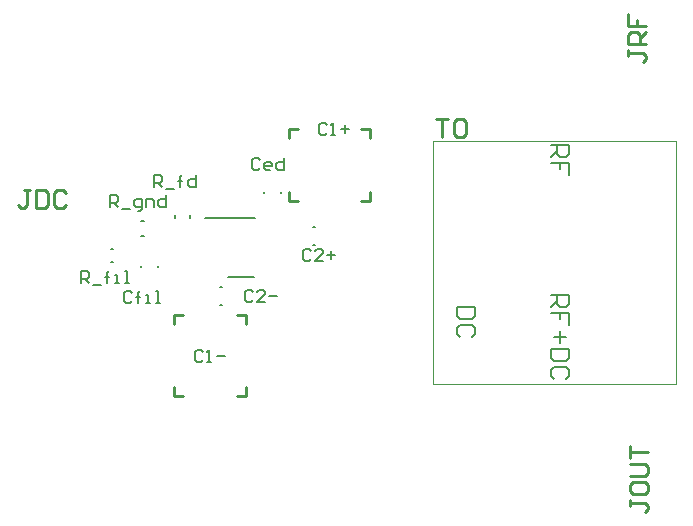
<source format=gbr>
%TF.GenerationSoftware,Altium Limited,Altium Designer,25.0.2 (28)*%
G04 Layer_Color=65535*
%FSLAX45Y45*%
%MOMM*%
%TF.SameCoordinates,B98E361C-49A8-4C36-954A-03D76396FE22*%
%TF.FilePolarity,Positive*%
%TF.FileFunction,Legend,Top*%
%TF.Part,Single*%
G01*
G75*
%TA.AperFunction,NonConductor*%
%ADD42C,0.20000*%
%ADD43C,0.25400*%
%ADD44C,0.08000*%
%ADD45C,0.20320*%
D42*
X4150200Y5076000D02*
X4370200D01*
X4337700D02*
X4577700D01*
X4345200Y4578500D02*
X4570200D01*
X3611100Y5053600D02*
X3631100D01*
X3611100Y4928600D02*
X3631100D01*
X4280200Y4347100D02*
X4295200D01*
X4280200Y4492100D02*
X4295200D01*
X3755500Y4662501D02*
Y4677501D01*
X3610500Y4662501D02*
Y4677501D01*
X5063399Y5000100D02*
X5078399D01*
X5063399Y4855100D02*
X5078399D01*
X4647699Y5288400D02*
Y5303400D01*
X4792699Y5288400D02*
Y5303400D01*
X4024900Y5081100D02*
Y5101100D01*
X3899900Y5081100D02*
Y5101100D01*
X3355500Y4820000D02*
X3375500D01*
X3355500Y4705000D02*
X3375500D01*
D43*
X3890401Y4178300D02*
Y4254500D01*
X3966601D01*
X3890401Y3568700D02*
X3966601D01*
X3890401D02*
Y3644900D01*
X4500001Y3568700D02*
Y3644900D01*
X4423801Y3568700D02*
X4500001D01*
X4423801Y4254500D02*
X4500001D01*
Y4178300D02*
Y4254500D01*
X4864100Y5829300D02*
X4940300D01*
X4864100Y5753100D02*
Y5829300D01*
X5549900Y5753100D02*
Y5829300D01*
X5473700D02*
X5549900D01*
X5473700Y5219700D02*
X5549900D01*
Y5295900D01*
X4864100Y5219700D02*
Y5295900D01*
Y5219700D02*
X4940300D01*
X2669507Y5318711D02*
X2618723D01*
X2644115D01*
Y5191752D01*
X2618723Y5166360D01*
X2593332D01*
X2567940Y5191752D01*
X2720291Y5318711D02*
Y5166360D01*
X2796466D01*
X2821858Y5191752D01*
Y5293319D01*
X2796466Y5318711D01*
X2720291D01*
X2974209Y5293319D02*
X2948817Y5318711D01*
X2898033D01*
X2872641Y5293319D01*
Y5191752D01*
X2898033Y5166360D01*
X2948817D01*
X2974209Y5191752D01*
X7734325Y6502433D02*
Y6451649D01*
Y6477041D01*
X7861283D01*
X7886675Y6451649D01*
Y6426258D01*
X7861283Y6400866D01*
X7886675Y6553217D02*
X7734325D01*
Y6629392D01*
X7759717Y6654784D01*
X7810500D01*
X7835892Y6629392D01*
Y6553217D01*
Y6604000D02*
X7886675Y6654784D01*
X7734325Y6807134D02*
Y6705567D01*
X7810500D01*
Y6756351D01*
Y6705567D01*
X7886675D01*
X6108741Y5918175D02*
X6210308D01*
X6159525D01*
Y5765825D01*
X6261092Y5892783D02*
X6286484Y5918175D01*
X6337267D01*
X6362659Y5892783D01*
Y5791217D01*
X6337267Y5765825D01*
X6286484D01*
X6261092Y5791217D01*
Y5892783D01*
X7747025Y2692458D02*
Y2641674D01*
Y2667066D01*
X7873983D01*
X7899375Y2641674D01*
Y2616282D01*
X7873983Y2590890D01*
X7747025Y2819417D02*
Y2768633D01*
X7772417Y2743241D01*
X7873983D01*
X7899375Y2768633D01*
Y2819417D01*
X7873983Y2844808D01*
X7772417D01*
X7747025Y2819417D01*
Y2895592D02*
X7873983D01*
X7899375Y2920984D01*
Y2971767D01*
X7873983Y2997159D01*
X7747025D01*
Y3047943D02*
Y3149510D01*
Y3098726D01*
X7899375D01*
D44*
X6083300Y3670300D02*
Y5727700D01*
Y3670300D02*
X8140700D01*
Y5727700D01*
X6083300D02*
X8140700D01*
D45*
X7081519Y4424681D02*
X7233870D01*
Y4348505D01*
X7208478Y4323113D01*
X7157695D01*
X7132303Y4348505D01*
Y4424681D01*
Y4373897D02*
X7081519Y4323113D01*
X7233870Y4170763D02*
Y4272330D01*
X7157695D01*
Y4221546D01*
Y4272330D01*
X7081519D01*
X7157695Y4119979D02*
Y4018412D01*
X7208478Y4069196D02*
X7106911D01*
X7233870Y3967628D02*
X7081519D01*
Y3891453D01*
X7106911Y3866061D01*
X7208478D01*
X7233870Y3891453D01*
Y3967628D01*
X7208478Y3713710D02*
X7233870Y3739102D01*
Y3789886D01*
X7208478Y3815278D01*
X7106911D01*
X7081519Y3789886D01*
Y3739102D01*
X7106911Y3713710D01*
X7081521Y5694679D02*
X7233871D01*
Y5618504D01*
X7208479Y5593112D01*
X7157696D01*
X7132304Y5618504D01*
Y5694679D01*
Y5643896D02*
X7081521Y5593112D01*
X7233871Y5440762D02*
Y5542329D01*
X7157696D01*
Y5491545D01*
Y5542329D01*
X7081521D01*
X6433771Y4323080D02*
X6281420D01*
Y4246905D01*
X6306812Y4221513D01*
X6408379D01*
X6433771Y4246905D01*
Y4323080D01*
X6408379Y4069162D02*
X6433771Y4094554D01*
Y4145337D01*
X6408379Y4170729D01*
X6306812D01*
X6281420Y4145337D01*
Y4094554D01*
X6306812Y4069162D01*
X3534861Y4440756D02*
X3517933Y4457684D01*
X3484077D01*
X3467149Y4440756D01*
Y4373044D01*
X3484077Y4356117D01*
X3517933D01*
X3534861Y4373044D01*
X3585644Y4356117D02*
Y4440756D01*
Y4406900D01*
X3568717D01*
X3602572D01*
X3585644D01*
Y4440756D01*
X3602572Y4457684D01*
X3653356Y4356117D02*
X3687212D01*
X3670284D01*
Y4423828D01*
X3653356D01*
X3737995Y4356117D02*
X3771851D01*
X3754923D01*
Y4457684D01*
X3737995D01*
X4619467Y5571056D02*
X4602539Y5587984D01*
X4568684D01*
X4551756Y5571056D01*
Y5503344D01*
X4568684Y5486417D01*
X4602539D01*
X4619467Y5503344D01*
X4704107Y5486417D02*
X4670251D01*
X4653323Y5503344D01*
Y5537200D01*
X4670251Y5554128D01*
X4704107D01*
X4721034Y5537200D01*
Y5520272D01*
X4653323D01*
X4822602Y5587984D02*
Y5486417D01*
X4771818D01*
X4754890Y5503344D01*
Y5537200D01*
X4771818Y5554128D01*
X4822602D01*
X4555088Y4453456D02*
X4538161Y4470384D01*
X4504305D01*
X4487377Y4453456D01*
Y4385744D01*
X4504305Y4368817D01*
X4538161D01*
X4555088Y4385744D01*
X4656656Y4368817D02*
X4588944D01*
X4656656Y4436528D01*
Y4453456D01*
X4639728Y4470384D01*
X4605872D01*
X4588944Y4453456D01*
X4690512Y4419600D02*
X4758223D01*
X5050388Y4796356D02*
X5033461Y4813284D01*
X4999605D01*
X4982677Y4796356D01*
Y4728644D01*
X4999605Y4711717D01*
X5033461D01*
X5050388Y4728644D01*
X5151956Y4711717D02*
X5084244D01*
X5151956Y4779428D01*
Y4796356D01*
X5135028Y4813284D01*
X5101172D01*
X5084244Y4796356D01*
X5185812Y4762500D02*
X5253523D01*
X5219667Y4796356D02*
Y4728644D01*
X3721157Y5340880D02*
Y5442448D01*
X3771941D01*
X3788869Y5425520D01*
Y5391664D01*
X3771941Y5374736D01*
X3721157D01*
X3755013D02*
X3788869Y5340880D01*
X3822725Y5323953D02*
X3890436D01*
X3941220Y5340880D02*
Y5425520D01*
Y5391664D01*
X3924292D01*
X3958148D01*
X3941220D01*
Y5425520D01*
X3958148Y5442448D01*
X4076643D02*
Y5340880D01*
X4025859D01*
X4008931Y5357808D01*
Y5391664D01*
X4025859Y5408592D01*
X4076643D01*
X3346010Y5173144D02*
Y5274712D01*
X3396793D01*
X3413721Y5257784D01*
Y5223928D01*
X3396793Y5207000D01*
X3346010D01*
X3379865D02*
X3413721Y5173144D01*
X3447577Y5156217D02*
X3515288D01*
X3583000Y5139289D02*
X3599928D01*
X3616856Y5156217D01*
Y5240856D01*
X3566072D01*
X3549144Y5223928D01*
Y5190072D01*
X3566072Y5173144D01*
X3616856D01*
X3650712D02*
Y5240856D01*
X3701495D01*
X3718423Y5223928D01*
Y5173144D01*
X3819990Y5274712D02*
Y5173144D01*
X3769207D01*
X3752279Y5190072D01*
Y5223928D01*
X3769207Y5240856D01*
X3819990D01*
X3098866Y4529680D02*
Y4631248D01*
X3149649D01*
X3166577Y4614320D01*
Y4580464D01*
X3149649Y4563536D01*
X3098866D01*
X3132721D02*
X3166577Y4529680D01*
X3200433Y4512752D02*
X3268144D01*
X3318928Y4529680D02*
Y4614320D01*
Y4580464D01*
X3302000D01*
X3335856D01*
X3318928D01*
Y4614320D01*
X3335856Y4631248D01*
X3386639Y4529680D02*
X3420495D01*
X3403567D01*
Y4597392D01*
X3386639D01*
X3471279Y4529680D02*
X3505134D01*
X3488207D01*
Y4631248D01*
X3471279D01*
X4135954Y3945456D02*
X4119026Y3962384D01*
X4085170D01*
X4068242Y3945456D01*
Y3877744D01*
X4085170Y3860817D01*
X4119026D01*
X4135954Y3877744D01*
X4169810Y3860817D02*
X4203665D01*
X4186737D01*
Y3962384D01*
X4169810Y3945456D01*
X4254449Y3911600D02*
X4322160D01*
X5185852Y5863156D02*
X5168925Y5880084D01*
X5135069D01*
X5118141Y5863156D01*
Y5795444D01*
X5135069Y5778517D01*
X5168925D01*
X5185852Y5795444D01*
X5219708Y5778517D02*
X5253564D01*
X5236636D01*
Y5880084D01*
X5219708Y5863156D01*
X5304348Y5829300D02*
X5372059D01*
X5338203Y5863156D02*
Y5795444D01*
%TF.MD5,e56f2aa877b9f97005237a0b8e0a559b*%
M02*

</source>
